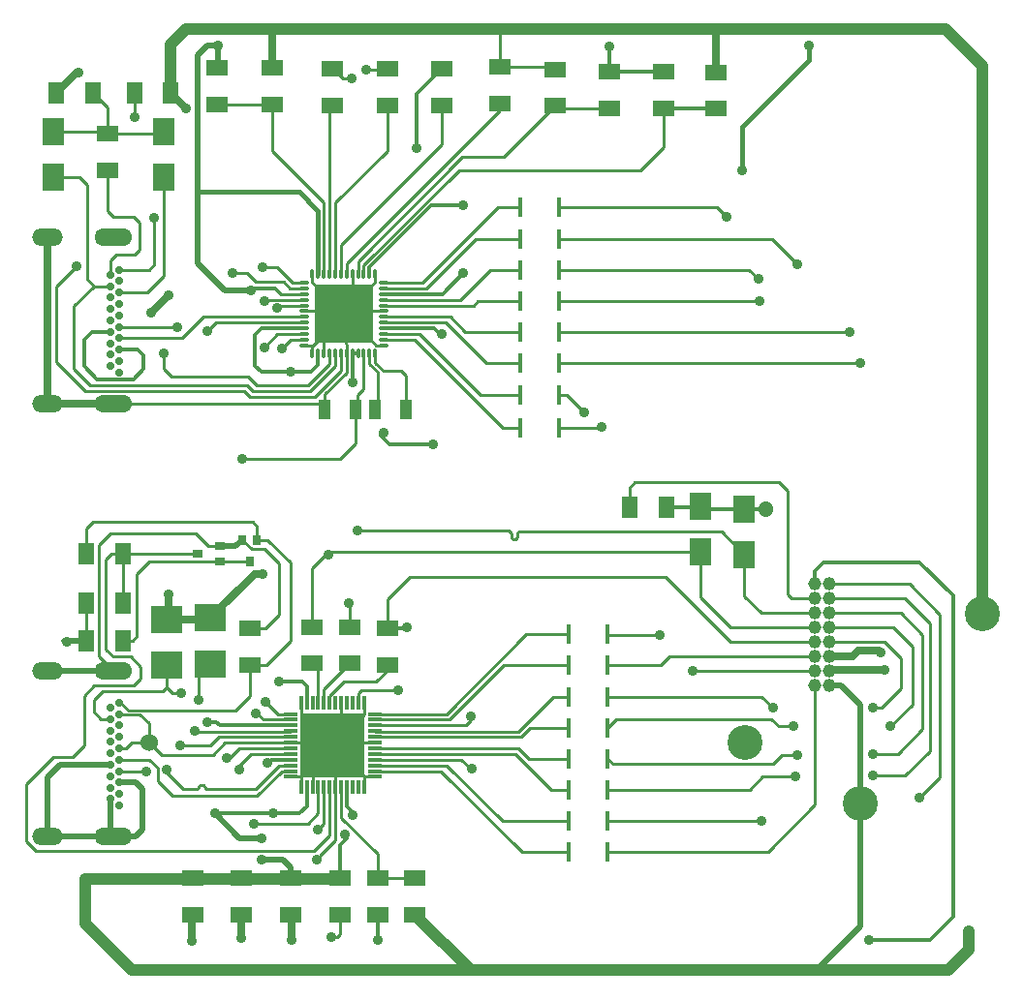
<source format=gtl>
G04 Layer_Physical_Order=1*
G04 Layer_Color=255*
%FSLAX44Y44*%
%MOMM*%
G71*
G01*
G75*
%ADD10R,1.1000X1.7000*%
%ADD11R,1.3716X1.8542*%
%ADD12R,1.8542X1.3716*%
%ADD13R,0.4064X1.8034*%
%ADD14R,0.3048X1.2700*%
%ADD15R,1.2700X0.3048*%
%ADD16R,5.5880X5.5880*%
%ADD17R,2.7000X2.4000*%
%ADD18O,0.9500X0.3300*%
%ADD19O,0.3300X0.9500*%
%ADD20R,5.2000X5.2000*%
%ADD21R,0.9000X0.7000*%
%ADD22R,0.7000X0.9000*%
%ADD23R,1.8500X2.4000*%
%ADD24C,0.2540*%
%ADD25C,0.3048*%
%ADD26C,0.5080*%
%ADD27C,1.0000*%
%ADD28C,0.6350*%
%ADD29C,1.2700*%
%ADD30C,0.3810*%
%ADD31C,1.1684*%
%ADD32C,3.0480*%
%ADD33O,2.7000X1.5000*%
%ADD34O,3.3020X1.5240*%
%ADD35C,0.7000*%
%ADD36C,0.7000*%
%ADD37C,1.5240*%
%ADD38C,0.9000*%
D10*
X984250Y850900D02*
D03*
X1011250D02*
D03*
X940707D02*
D03*
X967707D02*
D03*
D11*
X806199Y1127760D02*
D03*
X774195D02*
D03*
X732028Y725170D02*
D03*
X764032D02*
D03*
X732028Y682110D02*
D03*
X764032D02*
D03*
X732028Y649342D02*
D03*
X764032D02*
D03*
X738124Y1127760D02*
D03*
X706120D02*
D03*
X1238971Y765810D02*
D03*
X1206967D02*
D03*
D12*
X1189196Y1146556D02*
D03*
Y1114552D02*
D03*
X1141730Y1148842D02*
D03*
X1141730Y1116838D02*
D03*
X986790Y441452D02*
D03*
Y409448D02*
D03*
X953770Y409448D02*
D03*
Y441452D02*
D03*
X910590Y409448D02*
D03*
Y441452D02*
D03*
X867410Y409448D02*
D03*
Y441452D02*
D03*
X825500Y409448D02*
D03*
Y441452D02*
D03*
X875030Y627888D02*
D03*
Y659892D02*
D03*
X995177Y627888D02*
D03*
Y659892D02*
D03*
X962409Y629158D02*
D03*
Y661162D02*
D03*
X929640Y629158D02*
D03*
Y661162D02*
D03*
X947420Y1117346D02*
D03*
Y1149350D02*
D03*
X1042988Y1117346D02*
D03*
Y1149350D02*
D03*
X995204Y1117346D02*
D03*
Y1149350D02*
D03*
X1282700Y1146302D02*
D03*
Y1114298D02*
D03*
X894715Y1117853D02*
D03*
Y1149857D02*
D03*
X1236980Y1146556D02*
D03*
Y1114552D02*
D03*
X1019558Y409448D02*
D03*
Y441452D02*
D03*
X1093629Y1150620D02*
D03*
Y1118616D02*
D03*
X750570Y1060450D02*
D03*
Y1092454D02*
D03*
X846931Y1117853D02*
D03*
Y1149857D02*
D03*
D13*
X1153922Y464297D02*
D03*
X1187958D02*
D03*
X1153922Y491477D02*
D03*
X1187958D02*
D03*
X1153922Y518658D02*
D03*
X1187958D02*
D03*
X1153922Y545838D02*
D03*
X1187958D02*
D03*
X1153922Y573019D02*
D03*
X1187958D02*
D03*
X1153922Y600200D02*
D03*
X1187958D02*
D03*
X1153922Y654560D02*
D03*
X1153922Y627380D02*
D03*
X1187958Y654560D02*
D03*
X1187958Y627380D02*
D03*
X1111250Y835276D02*
D03*
X1145286D02*
D03*
X1111250Y863727D02*
D03*
X1145286D02*
D03*
X1111250Y891667D02*
D03*
X1145286D02*
D03*
X1111250Y918848D02*
D03*
X1145286D02*
D03*
X1111250Y946028D02*
D03*
X1145286D02*
D03*
X1111250Y973209D02*
D03*
X1145286D02*
D03*
X1111250Y1028316D02*
D03*
X1145286D02*
D03*
X1111250Y1000389D02*
D03*
X1145286D02*
D03*
D14*
X974920Y594360D02*
D03*
X969920D02*
D03*
X964920D02*
D03*
X959920D02*
D03*
X954920D02*
D03*
X949920D02*
D03*
X944920D02*
D03*
X939920D02*
D03*
X934920D02*
D03*
X929920D02*
D03*
X924920D02*
D03*
X919920D02*
D03*
Y520700D02*
D03*
X924920D02*
D03*
X929920D02*
D03*
X934920D02*
D03*
X939920D02*
D03*
X944920D02*
D03*
X949920D02*
D03*
X954920D02*
D03*
X959920D02*
D03*
X964920D02*
D03*
X969920D02*
D03*
X974920D02*
D03*
D15*
X910590Y585030D02*
D03*
Y580030D02*
D03*
Y575030D02*
D03*
Y570030D02*
D03*
Y565030D02*
D03*
Y560030D02*
D03*
Y555030D02*
D03*
Y550030D02*
D03*
Y545030D02*
D03*
Y540030D02*
D03*
Y535030D02*
D03*
Y530030D02*
D03*
X984250D02*
D03*
Y535030D02*
D03*
Y540030D02*
D03*
Y545030D02*
D03*
Y550030D02*
D03*
Y555030D02*
D03*
Y560030D02*
D03*
Y565030D02*
D03*
Y570030D02*
D03*
Y575030D02*
D03*
Y580030D02*
D03*
Y585030D02*
D03*
D16*
X947420Y557530D02*
D03*
D17*
X840740Y628970D02*
D03*
Y668970D02*
D03*
X802640Y627700D02*
D03*
Y667700D02*
D03*
D18*
X992008Y962268D02*
D03*
Y957268D02*
D03*
Y952268D02*
D03*
Y947268D02*
D03*
Y942268D02*
D03*
Y937268D02*
D03*
Y932268D02*
D03*
Y927268D02*
D03*
Y922268D02*
D03*
Y917268D02*
D03*
Y912268D02*
D03*
Y907268D02*
D03*
X922508D02*
D03*
Y912268D02*
D03*
Y917268D02*
D03*
Y922268D02*
D03*
Y927268D02*
D03*
Y932268D02*
D03*
Y937268D02*
D03*
Y942268D02*
D03*
Y947268D02*
D03*
Y952268D02*
D03*
Y957268D02*
D03*
Y962268D02*
D03*
D19*
X984758Y900018D02*
D03*
X979758D02*
D03*
X974758D02*
D03*
X969758D02*
D03*
X964758D02*
D03*
X959758D02*
D03*
X954758D02*
D03*
X949758D02*
D03*
X944758D02*
D03*
X939758D02*
D03*
X934758D02*
D03*
X929758D02*
D03*
Y969518D02*
D03*
X934758D02*
D03*
X939758D02*
D03*
X944758D02*
D03*
X949758D02*
D03*
X954758D02*
D03*
X959758D02*
D03*
X964758D02*
D03*
X969758D02*
D03*
X974758D02*
D03*
X979758D02*
D03*
X984758D02*
D03*
D20*
X957580Y934720D02*
D03*
D21*
X829970Y725170D02*
D03*
X848970Y731670D02*
D03*
Y718670D02*
D03*
D22*
X875030Y718210D02*
D03*
X868530Y737210D02*
D03*
X881530D02*
D03*
D23*
X1268730Y726760D02*
D03*
Y766760D02*
D03*
X1307251Y724220D02*
D03*
Y764220D02*
D03*
X800100Y1054420D02*
D03*
Y1094420D02*
D03*
X703580Y1054420D02*
D03*
Y1094420D02*
D03*
D24*
X942340Y725170D02*
X943610Y726440D01*
X929640Y712470D02*
X942340Y725170D01*
X959914Y934537D02*
X960128Y937268D01*
X943610Y920750D02*
X957580Y934720D01*
X949920Y560030D02*
X984250D01*
X949920Y555030D02*
X974920Y530030D01*
X949920Y560030D02*
X954920Y565030D01*
X919920Y585030D02*
X944920Y560030D01*
X929920Y540030D02*
X947420Y557530D01*
X910590Y560030D02*
X944920D01*
X755650Y856030D02*
X935577D01*
X944758Y969518D02*
Y1114684D01*
X945642Y1115568D01*
X899160Y940926D02*
X900502Y942268D01*
X922508D01*
X899160Y939800D02*
Y940926D01*
X834413Y932268D02*
X922508D01*
X894020Y947348D02*
X922428D01*
X922508Y947268D01*
X893940D02*
X894020Y947348D01*
X887882Y947268D02*
X893940D01*
X887730Y947420D02*
X887882Y947268D01*
X887730Y946150D02*
Y947420D01*
X939758Y916898D02*
X943610Y920750D01*
X958124Y934175D02*
X959914Y934537D01*
X954920Y565030D02*
X974920Y585030D01*
X964758Y941898D02*
Y969518D01*
X954920Y565030D02*
Y594360D01*
X969010Y850900D02*
Y863600D01*
X979758Y890952D02*
X986790Y883920D01*
Y853440D02*
Y883920D01*
X984250Y850900D02*
X986790Y853440D01*
X967707Y821657D02*
Y850900D01*
X868680Y807720D02*
X953770D01*
X967707Y821657D01*
X940707Y850900D02*
Y864507D01*
X935577Y856030D02*
X940707Y850900D01*
Y864507D02*
X959758Y883558D01*
X1141730Y1114552D02*
X1189196D01*
X985779Y613410D02*
X1000257Y627888D01*
X934720Y594560D02*
Y629158D01*
X1104900Y737870D02*
X1107440D01*
X1103630Y739140D02*
Y742950D01*
X1107440Y737870D02*
X1108710Y739140D01*
Y742950D02*
X1109980Y744220D01*
X1103630Y739140D02*
X1104900Y737870D01*
X1108710Y739140D02*
Y742950D01*
X1287251Y744220D02*
X1307251Y724220D01*
X1109980Y744220D02*
X1287251D01*
X835660Y520700D02*
X836930Y519430D01*
X834390Y523215D02*
X835660Y521945D01*
X830580Y520700D02*
Y521945D01*
X831850Y523215D01*
X834390D01*
X816610Y519430D02*
X829310D01*
X835660Y520700D02*
Y521945D01*
X829310Y519430D02*
X830580Y520700D01*
X900302Y539750D02*
X910310D01*
X879982Y519430D02*
X900302Y539750D01*
X836930Y519430D02*
X879982D01*
X802640Y533400D02*
X816610Y519430D01*
X880175Y962660D02*
X904886D01*
X872555Y970280D02*
X880175Y962660D01*
X859790Y970280D02*
X872555D01*
X899160Y975360D02*
X912252Y962268D01*
X886460Y975360D02*
X899160D01*
X873760Y880110D02*
X881380Y872490D01*
X806450Y880110D02*
X873760D01*
X800100Y886460D02*
X806450Y880110D01*
X869950Y867410D02*
X875030Y862330D01*
X731520Y867410D02*
X869950D01*
X706120Y892810D02*
X731520Y867410D01*
X872490Y872490D02*
X877570Y867410D01*
X735330Y872490D02*
X872490D01*
X721360Y886460D02*
X735330Y872490D01*
X875030Y862330D02*
X932180D01*
X954758Y884908D01*
X877570Y867410D02*
X928168D01*
X925830Y872490D02*
X944758Y891418D01*
X881380Y872490D02*
X925830D01*
X949758Y889000D02*
Y900018D01*
X928168Y867410D02*
X949758Y889000D01*
X721360Y941690D02*
X738830Y959160D01*
X721360Y886460D02*
Y941690D01*
X738830Y959160D02*
X753110D01*
X732790Y965200D02*
X738830Y959160D01*
X761110Y953572D02*
X785932D01*
X761110Y923572D02*
X811248D01*
X761110Y913572D02*
X815717D01*
X761110Y973572D02*
X786882D01*
X732790Y965200D02*
Y1047750D01*
X753110Y969160D02*
Y981710D01*
X706120Y892810D02*
Y958850D01*
X723900Y976630D01*
X755650Y1019810D02*
X773430D01*
X750570Y1024890D02*
X755650Y1019810D01*
X750570Y1024890D02*
Y1060450D01*
X753110Y981710D02*
X758190Y986790D01*
X774700D01*
X778510Y990600D01*
Y1014730D01*
X773430Y1019810D02*
X778510Y1014730D01*
X785932Y953572D02*
X800100Y967740D01*
X786882Y973572D02*
X791210Y977900D01*
X838200Y919480D02*
X845988Y927268D01*
X815717Y913572D02*
X834413Y932268D01*
X811248Y923572D02*
X811530Y923290D01*
X984250Y535030D02*
X1042310D01*
X1113043Y464297D01*
X1153922D01*
X984250Y540030D02*
X1047470D01*
X1096023Y491477D01*
X1153922D01*
X944920Y594360D02*
Y600826D01*
X939920Y606669D02*
X962409Y629158D01*
X939920Y594360D02*
Y606669D01*
X944920Y600826D02*
X957504Y613410D01*
X985779D01*
X839470Y667700D02*
X840740Y668970D01*
X761402Y534670D02*
X784860D01*
X761110Y534962D02*
X761402Y534670D01*
X739140Y596900D02*
X746760Y604520D01*
X739140Y586740D02*
Y596900D01*
Y586740D02*
X745330Y580550D01*
X753110D01*
X764032Y682110D02*
Y725170D01*
X764032Y725170D01*
X829970D01*
X764032Y649342D02*
X772532D01*
X848970Y718670D02*
X874570D01*
X875030Y718210D01*
X910310Y539750D02*
X910590Y540030D01*
X934720Y594560D02*
X934920Y594360D01*
X875030Y627888D02*
X889508D01*
X881530Y737210D02*
X890930D01*
X881530D02*
Y749150D01*
X877570Y753110D02*
X881530Y749150D01*
X737870Y753110D02*
X877570D01*
X732028Y747268D02*
X737870Y753110D01*
X732028Y725170D02*
Y747268D01*
Y649342D02*
Y682110D01*
X787250Y718670D02*
X848970D01*
X974920Y520700D02*
Y530030D01*
X947420Y557530D02*
X949920Y555030D01*
X919920Y520700D02*
Y530030D01*
X910590D02*
X919920D01*
X944880Y520660D02*
X944920Y520700D01*
X944880Y478790D02*
Y520660D01*
X840860Y557530D02*
X848360Y565030D01*
X910590D01*
X802640Y627700D02*
X810260Y620080D01*
X798068Y549402D02*
X842772D01*
X853400Y560030D01*
X910590D01*
X761110Y554962D02*
X767052D01*
X772160Y560070D01*
X787400D01*
X746760Y604520D02*
X798830D01*
X802640Y608330D01*
Y627700D01*
Y608330D02*
X807720Y603250D01*
X815340D01*
X939920Y489070D02*
Y520700D01*
X934720Y483870D02*
X939920Y489070D01*
X934920Y498040D02*
Y520700D01*
X878840Y488950D02*
X925830D01*
X830580Y618810D02*
X840740Y628970D01*
X880110Y585470D02*
X881380D01*
Y513080D02*
X903330Y535030D01*
X910590D01*
X854710Y546100D02*
X857250D01*
X866180Y555030D01*
X910590D01*
X866140Y535940D02*
Y539750D01*
X876420Y550030D01*
X910590D01*
X761110Y544962D02*
X787268D01*
X787400Y560070D02*
X798068Y549402D01*
X925830Y488950D02*
X934920Y498040D01*
X889000Y595630D02*
X899600Y585030D01*
X910590D01*
X881380Y585470D02*
X886820Y580030D01*
X910590D01*
X787268Y544962D02*
X794512Y537718D01*
Y526288D02*
Y537718D01*
Y526288D02*
X807720Y513080D01*
X881380D01*
X802640Y533400D02*
Y535940D01*
X814070Y557530D02*
X840860D01*
X910282Y569722D02*
X910590Y570030D01*
X827278Y569722D02*
X910282D01*
X826770Y570230D02*
X827278Y569722D01*
X931418Y465328D02*
X944880Y478790D01*
X919920Y585030D02*
Y594360D01*
X944920Y560030D02*
X947420Y557530D01*
X974920Y585030D02*
Y594360D01*
X712841Y649342D02*
X714483Y647700D01*
X715010D01*
X949920Y474940D02*
Y520700D01*
X935990Y461010D02*
X949920Y474940D01*
X953770Y392430D02*
Y409448D01*
X951230Y389890D02*
X953770Y392430D01*
X946150Y389890D02*
X951230D01*
X984250Y545030D02*
X1060250D01*
X947420Y557530D02*
X949920Y560030D01*
X984250Y565030D02*
X1112400D01*
X1120389Y573019D01*
X1153922D01*
X1139949Y600200D02*
X1153922D01*
X1116841Y654560D02*
X1153922D01*
X984250Y585030D02*
X1047310D01*
X1116841Y654560D01*
X984250Y580030D02*
X1049930D01*
X1097280Y627380D01*
X1153922D01*
X984250Y570030D02*
X984558Y569722D01*
X1109472D01*
X1139949Y600200D01*
X984250Y575030D02*
X1063980D01*
X1068070Y579120D01*
Y582930D01*
X1060250Y545030D02*
X1068070Y537210D01*
X1069340D01*
X969920Y594360D02*
Y602890D01*
X972820Y605790D01*
X1004570D01*
X984250Y555030D02*
X1109940D01*
X1119132Y545838D01*
X1153922D01*
X984250Y550030D02*
X1107320D01*
X1138692Y518658D01*
X1153922D01*
X986790Y441452D02*
Y462280D01*
X954920Y494150D02*
X986790Y462280D01*
X954920Y494150D02*
Y520700D01*
X986790Y441452D02*
X1019558D01*
X1019558Y441452D01*
X1295400Y647700D02*
X1369060D01*
X1238250Y704850D02*
X1295400Y647700D01*
X1014730Y704850D02*
X1238250D01*
X995177Y685297D02*
X1014730Y704850D01*
X995177Y659892D02*
Y685297D01*
X1369060Y505460D02*
Y609600D01*
X1327897Y464297D02*
X1369060Y505460D01*
X1187958Y464297D02*
X1327897D01*
X1381760Y698500D02*
X1451610D01*
X1460500Y511810D02*
X1478280Y529590D01*
Y671830D01*
X1451610Y698500D02*
X1478280Y671830D01*
X1348740Y685800D02*
X1369060D01*
X1344930Y689610D02*
X1348740Y685800D01*
X1206967Y782787D02*
X1211580Y787400D01*
X1206967Y765810D02*
Y782787D01*
X1211580Y787400D02*
X1337310D01*
X1344930Y779780D01*
Y689610D02*
Y779780D01*
X974920Y530030D02*
X984250D01*
X1187958Y491477D02*
X1322057D01*
X845988Y927268D02*
X922508D01*
X899263Y917268D02*
X922508D01*
Y907268D02*
X930128D01*
X939758Y900018D02*
Y916898D01*
X929758Y900018D02*
Y906898D01*
X930128Y907268D01*
X939758Y916898D01*
X958124Y934175D02*
X959758Y900018D01*
X985032Y907268D02*
X992008D01*
X960128Y937268D02*
X992008D01*
X984758Y961898D02*
Y969518D01*
X929758Y962542D02*
Y969518D01*
X910998Y912268D02*
X922508D01*
X902970Y904240D02*
X910998Y912268D01*
X887730Y905735D02*
X899263Y917268D01*
X902356Y952268D02*
X922508D01*
X910278Y957268D02*
X922508D01*
X912252Y962268D02*
X922508D01*
X904886Y962660D02*
X910278Y957268D01*
X992008Y912268D02*
X1019402D01*
X1096394Y835276D01*
X1111250D01*
X992008Y962268D02*
X1025768D01*
X1091816Y1028316D01*
X1111250D01*
X800100Y1054420D02*
Y1057910D01*
X703580Y1094420D02*
X748604D01*
X750570Y1092454D01*
X798134D02*
X800100Y1094420D01*
X750570Y1092454D02*
X798134D01*
X979758Y890952D02*
Y900018D01*
X984758Y892302D02*
Y900018D01*
Y892302D02*
X991870Y885190D01*
X1007110D01*
X1011250Y881050D01*
Y850900D02*
Y881050D01*
X969010Y863600D02*
X974758Y869348D01*
Y900018D01*
X1216660Y1060450D02*
X1236980Y1080770D01*
Y1114552D01*
X1042988Y1083627D02*
Y1117346D01*
X954758Y995398D02*
X1042988Y1083627D01*
X954758Y969518D02*
Y995398D01*
X949758Y969518D02*
Y1032308D01*
X995204Y1077754D01*
Y1117346D01*
X939758Y969518D02*
Y1032552D01*
X894715Y1077595D02*
X939758Y1032552D01*
X1093629Y1150620D02*
X1139952D01*
X1141730Y1148842D01*
X1187958Y518658D02*
X1311910D01*
X1323477Y530225D01*
X1351915D01*
X1419860Y530860D02*
X1447800D01*
X1469390Y552450D01*
Y664210D01*
X1381760Y685800D02*
X1447800D01*
X1469390Y664210D01*
X1187958Y545838D02*
X1192776Y541020D01*
X1332230D01*
X1339850Y548640D01*
X1353820D01*
X1419860Y549910D02*
X1441450D01*
X1463040Y571500D01*
Y654050D01*
X1381760Y673100D02*
X1443990D01*
X1463040Y654050D01*
X1322581Y600200D02*
X1332230Y590550D01*
X1187958Y600200D02*
X1322581D01*
X1419860Y590550D02*
X1427480D01*
X1443990Y607060D01*
Y633730D01*
X1430020Y647700D02*
X1443990Y633730D01*
X1381760Y647700D02*
X1430020D01*
X1187958Y573019D02*
X1195329Y580390D01*
X1337310Y574040D02*
X1350010D01*
X1330960Y580390D02*
X1337310Y574040D01*
X1195329Y580390D02*
X1330960D01*
X1435100Y574040D02*
X1454150Y593090D01*
Y643890D01*
X1437640Y660400D02*
X1454150Y643890D01*
X1381760Y660400D02*
X1437640D01*
X1187958Y627380D02*
X1234440D01*
X1242060Y635000D01*
X1187958Y654560D02*
X1188469Y654050D01*
X1233170D01*
X1262380Y622300D02*
X1369060D01*
X1145286Y863727D02*
X1151763D01*
X1167130Y848360D01*
X1145286Y835276D02*
X1181986D01*
X1182370Y835660D01*
X1242060Y635000D02*
X1369060D01*
X1145286Y973209D02*
X1311702D01*
X1319711Y965200D01*
X1145286Y946028D02*
X1320678D01*
X1145286Y918848D02*
X1399083D01*
X1145286Y891667D02*
X1408303D01*
X1093629Y1150620D02*
Y1183481D01*
X1093470Y1183640D02*
X1093629Y1183481D01*
X776698Y923290D02*
X811530D01*
X703580Y1054420D02*
X726120D01*
X732790Y1047750D01*
X800100Y967740D02*
Y1054420D01*
Y886460D02*
Y900430D01*
X738124Y1127760D02*
X750570Y1115314D01*
Y1092454D02*
Y1115314D01*
X772532Y649342D02*
X775970Y652780D01*
Y707390D01*
X787250Y718670D01*
X894715Y1077595D02*
Y1117853D01*
X846931D02*
X894715D01*
X774195Y1106935D02*
Y1127760D01*
X791210Y977900D02*
Y1018540D01*
X929640Y661162D02*
Y712470D01*
X943930Y726760D02*
X1268730D01*
Y687070D02*
X1295400Y660400D01*
X1369060D01*
X1268730Y687070D02*
Y726760D01*
X962409Y661162D02*
Y680972D01*
X961390Y681990D02*
X962409Y680972D01*
X1307251Y687918D02*
X1322070Y673100D01*
X1307251Y687918D02*
Y724220D01*
X1322070Y673100D02*
X1369060D01*
X947420Y1144270D02*
Y1149350D01*
X943610Y727080D02*
X943930Y726760D01*
X943610Y726440D02*
X943930Y726760D01*
X943610Y723900D02*
Y726440D01*
Y727080D01*
X992008Y917268D02*
X1023292D01*
X1076833Y863727D01*
X1111250D01*
X992008Y957268D02*
X1029658D01*
X1072779Y1000389D01*
X1111250D01*
X1081913Y891667D02*
X1111250D01*
X992008Y932268D02*
X1050202D01*
X1063623Y918848D01*
X1111250D01*
X992008Y947268D02*
X1059028D01*
X1084969Y973209D01*
X1111250D01*
X992008Y942268D02*
X1070538D01*
X1074298Y946028D01*
X1111250D01*
X1046312Y927268D02*
X1081913Y891667D01*
X992008Y927268D02*
X1046312D01*
X1096772Y1071880D02*
X1141730Y1116838D01*
X974758Y969518D02*
Y977298D01*
X1057910Y1060450D01*
X1216660D01*
X969758Y969518D02*
Y980687D01*
X1060950Y1071880D01*
X1096772D01*
X1331331Y1000389D02*
X1353820Y977900D01*
X1145286Y1000389D02*
X1331331D01*
X1283083Y1028316D02*
X1291590Y1019810D01*
X1145286Y1028316D02*
X1283083D01*
X754380Y725170D02*
X764032D01*
X749300Y720090D02*
X754380Y725170D01*
X749300Y641350D02*
Y720090D01*
Y641350D02*
X755650Y635000D01*
X770890D01*
X779780Y626110D01*
Y615950D02*
Y626110D01*
X773430Y609600D02*
X779780Y615950D01*
X739140Y609600D02*
X773430D01*
X730250Y600710D02*
X739140Y609600D01*
X730250Y557530D02*
Y600710D01*
X720090Y547370D02*
X730250Y557530D01*
X703580Y547370D02*
X720090D01*
X679450Y523240D02*
X703580Y547370D01*
X679450Y473710D02*
Y523240D01*
Y473710D02*
X687832Y465328D01*
X931418D01*
X959758Y883558D02*
Y900018D01*
X954758Y884908D02*
Y900018D01*
X944758Y891418D02*
Y900018D01*
X959758Y969518D02*
Y978808D01*
X1093629Y1112679D01*
Y1118616D01*
X976630Y1148080D02*
X993934D01*
X995204Y1149350D01*
X956310Y1140460D02*
X963930D01*
X947420Y1149350D02*
X956310Y1140460D01*
X742950Y635750D02*
X755650Y623050D01*
X742950Y635750D02*
Y732790D01*
X753110Y742950D01*
X828040D01*
X839320Y731670D01*
X848970D01*
X889508Y627888D02*
X910590Y648970D01*
Y717550D01*
X890930Y737210D02*
X910590Y717550D01*
X887730Y728980D02*
X900430Y716280D01*
X876760Y728980D02*
X887730D01*
X868530Y737210D02*
X876760Y728980D01*
X875030Y659892D02*
X888492D01*
X900430Y671830D01*
Y716280D01*
X897552Y957072D02*
X902356Y952268D01*
X761110Y594962D02*
X762232D01*
X761110Y584962D02*
X779018D01*
X787400Y576580D01*
Y560070D02*
Y576580D01*
X762232Y594962D02*
X769184Y588010D01*
X830580Y596900D02*
Y618810D01*
X769184Y588010D02*
X862330D01*
X875030Y600710D01*
Y627888D01*
X1101090Y745490D02*
X1103630Y742950D01*
X969010Y745490D02*
X1101090D01*
X929758Y962542D02*
X943354Y951230D01*
X960128Y937268D02*
X964758Y941898D01*
X958124Y934175D02*
X974090Y919480D01*
X985032Y907268D01*
X964758Y941898D02*
X972820Y952500D01*
X984758Y961898D01*
X957580Y934720D02*
X958124Y934175D01*
X943354Y951230D02*
X957335Y935174D01*
X922508Y937268D02*
X955032D01*
X929920Y520700D02*
Y540030D01*
X919920Y530030D02*
X929920Y540030D01*
X949920Y520700D02*
Y555030D01*
X957335Y935174D02*
X957580Y934720D01*
X955032Y937268D02*
X957580Y934720D01*
D25*
X989330Y828040D02*
X996950Y820420D01*
X959920Y504390D02*
X967740Y496570D01*
X730250Y912490D02*
X736920Y919160D01*
X730250Y889000D02*
Y912490D01*
Y889000D02*
X741680Y877570D01*
X777500Y903572D02*
X782320Y898752D01*
X761110Y903572D02*
X777500D01*
X736920Y919160D02*
X753110D01*
X773430Y877570D02*
X782320Y886460D01*
X741680Y877570D02*
X773430D01*
X782320Y886460D02*
Y898752D01*
X953770Y441452D02*
Y469900D01*
X959920Y476050D01*
X844550Y497840D02*
X895350D01*
X894280Y545030D02*
X910590D01*
X924920Y504550D02*
Y520700D01*
X918210Y497840D02*
X924920Y504550D01*
X895350Y497840D02*
X918210D01*
X848640Y575030D02*
X910590D01*
X845820Y577850D02*
X848640Y575030D01*
X838200Y577850D02*
X845820D01*
X900430Y613410D02*
X920750D01*
X924920Y609240D01*
Y594360D02*
Y609240D01*
X959920Y476050D02*
Y477655D01*
X958183Y479393D02*
X959920Y477655D01*
Y504390D02*
Y520700D01*
X965200Y496570D02*
X967740D01*
X1271270Y764220D02*
X1307251D01*
X1325560D01*
X1369060Y698500D02*
Y709930D01*
X1376680Y717550D01*
X1460500D01*
X1489710Y688340D01*
X986790Y387350D02*
Y409448D01*
X1416050Y387350D02*
X1469390D01*
X1489710Y407670D01*
Y688340D01*
X1238971Y765810D02*
X1267780D01*
X1189196Y1146556D02*
X1236980D01*
X1189196D02*
Y1169194D01*
X1237234Y1114298D02*
X1282700D01*
X1236980Y1114552D02*
X1237234Y1114298D01*
X879348Y889762D02*
X885190Y883920D01*
X910590D01*
X879348Y889762D02*
Y916178D01*
X885438Y922268D01*
X922508D01*
X934758Y890308D02*
Y900018D01*
X928370Y883920D02*
X934758Y890308D01*
X910590Y883920D02*
X928370D01*
X992008Y952268D02*
X1043708D01*
X1061720Y970280D01*
X992008Y922268D02*
X1036072D01*
X1041400Y916940D01*
X1042670D01*
X1021080Y1127442D02*
X1042988Y1149350D01*
X1021080Y1079500D02*
Y1127442D01*
X1011682Y659892D02*
X1012190Y660400D01*
X995177Y659892D02*
X1011682D01*
X979758Y969518D02*
Y975948D01*
X1033780Y1029970D01*
X1061720D01*
X996950Y820420D02*
X1035050D01*
X989330Y828040D02*
X991870Y830580D01*
X964758Y900018D02*
X969758D01*
X964758Y875472D02*
X965200Y875030D01*
X964758Y875472D02*
Y900018D01*
X878332Y957072D02*
X897552D01*
X876300Y955040D02*
X878332Y957072D01*
D26*
X712841Y649342D02*
X732028D01*
X774700Y440690D02*
X775462Y441452D01*
X825500D02*
X867410D01*
X910590D01*
X698500Y623050D02*
X755650D01*
X698500Y478050D02*
X755650D01*
X753110Y480590D02*
Y510550D01*
Y480590D02*
X755650Y478050D01*
X709130Y540550D02*
X753110D01*
X698500Y529920D02*
X709130Y540550D01*
X698500Y478050D02*
Y529920D01*
X848970Y731670D02*
X862990D01*
X868530Y737210D01*
X761110Y524962D02*
X775518D01*
X781050Y519430D01*
Y483870D02*
Y519430D01*
X775230Y478050D02*
X781050Y483870D01*
X755650Y478050D02*
X775230D01*
X1370330Y360680D02*
X1408430Y398780D01*
X775462Y441452D02*
X825500D01*
X910590D02*
Y450850D01*
X904240Y457200D02*
X910590Y450850D01*
X885190Y457200D02*
X904240D01*
X844550Y497840D02*
X866140Y476250D01*
X885190D01*
X1408430Y398780D02*
Y506730D01*
X1381760Y609600D02*
X1391920D01*
X1408430Y593090D01*
Y506730D02*
Y593090D01*
X847090Y1150015D02*
Y1169670D01*
X846931Y1149857D02*
X847090Y1150015D01*
X838200Y1169670D02*
X847090D01*
X829310Y1160780D02*
X838200Y1169670D01*
X829310Y1041400D02*
Y1160780D01*
Y979170D02*
Y1041400D01*
Y979170D02*
X853440Y955040D01*
X876300D01*
D27*
X774700Y440690D02*
X953008D01*
X731520Y401320D02*
Y440690D01*
X774700D01*
X953008D02*
X953770Y441452D01*
X772160Y360680D02*
X1068326D01*
X731520Y401320D02*
X772160Y360680D01*
X1068326D02*
X1370330D01*
X1019558Y409448D02*
X1068326Y360680D01*
X1370330D02*
X1485900D01*
X1503680Y378460D01*
Y394970D01*
X806199Y1127760D02*
Y1170689D01*
X1281430Y1183640D02*
X1483360D01*
X1093470D02*
X1281430D01*
X892810D02*
X1093470D01*
X819150D02*
X892810D01*
X806199Y1170689D02*
X819150Y1183640D01*
X1515110Y672600D02*
Y1151890D01*
X1483360Y1183640D02*
X1515110Y1151890D01*
D28*
X698500Y856660D02*
Y1001660D01*
Y856660D02*
X755650D01*
X802640Y667700D02*
X839470D01*
X802640D02*
X803910Y668970D01*
X840740Y668970D02*
X879160Y707390D01*
X886460D01*
X886492Y707422D01*
X1381760Y622300D02*
X1383030Y623570D01*
X1381760Y635000D02*
X1402080D01*
X1407160Y640080D01*
X1383030Y623570D02*
X1430020D01*
X1424940Y640080D02*
X1426210Y638810D01*
X1407160Y640080D02*
X1424940D01*
X1267780Y765810D02*
X1268730Y766760D01*
X910590Y409448D02*
X911860Y408178D01*
Y387350D02*
Y408178D01*
X824230Y386080D02*
Y408178D01*
X825500Y409448D01*
X867410Y388620D02*
Y409448D01*
X894715Y1149857D02*
Y1181735D01*
X892810Y1183640D02*
X894715Y1181735D01*
X1282700Y1146302D02*
Y1182370D01*
X1281430Y1183640D02*
X1282700Y1182370D01*
X806199Y1127760D02*
X819150Y1114809D01*
X803910Y668970D02*
Y689610D01*
X723900Y1145540D02*
X725170D01*
X706120Y1127760D02*
X723900Y1145540D01*
X788670Y935990D02*
X803910Y951230D01*
D29*
X1268730Y766760D02*
X1271270Y764220D01*
X1325560D02*
X1325880Y764540D01*
D30*
X1363980Y1156970D02*
Y1169670D01*
X1305560Y1060450D02*
Y1098550D01*
X1363980Y1156970D01*
X934758Y969518D02*
Y1024852D01*
X918210Y1041400D02*
X934758Y1024852D01*
X829310Y1041400D02*
X918210D01*
D31*
X1369060Y698500D02*
D03*
Y685800D02*
D03*
Y673100D02*
D03*
Y660400D02*
D03*
Y647700D02*
D03*
Y635000D02*
D03*
Y622300D02*
D03*
Y609600D02*
D03*
X1381760Y698500D02*
D03*
Y685800D02*
D03*
Y673100D02*
D03*
Y660400D02*
D03*
Y647700D02*
D03*
Y635000D02*
D03*
Y622300D02*
D03*
Y609600D02*
D03*
D32*
X1515110Y672600D02*
D03*
X1408430Y506730D02*
D03*
X1308100Y560070D02*
D03*
D33*
X698500Y1001660D02*
D03*
Y856660D02*
D03*
X698500Y623050D02*
D03*
Y478050D02*
D03*
D34*
X755650Y1001660D02*
D03*
Y856660D02*
D03*
X755650Y623050D02*
D03*
Y478050D02*
D03*
D35*
X753110Y969160D02*
D03*
Y959160D02*
D03*
Y949160D02*
D03*
Y939160D02*
D03*
Y929160D02*
D03*
Y919160D02*
D03*
Y909160D02*
D03*
X761110Y973572D02*
D03*
X761110Y963572D02*
D03*
X761110Y953572D02*
D03*
Y943572D02*
D03*
X761110Y933572D02*
D03*
X761110Y923572D02*
D03*
Y913572D02*
D03*
X753110Y590550D02*
D03*
Y580550D02*
D03*
Y570550D02*
D03*
Y560550D02*
D03*
Y550550D02*
D03*
Y540550D02*
D03*
Y530550D02*
D03*
X761110Y594962D02*
D03*
X761110Y584962D02*
D03*
X761110Y574962D02*
D03*
Y564962D02*
D03*
Y554962D02*
D03*
Y544962D02*
D03*
Y534962D02*
D03*
D36*
X753110Y899160D02*
D03*
X753110Y889160D02*
D03*
X761110Y903572D02*
D03*
X761110Y893572D02*
D03*
Y883572D02*
D03*
X753110Y520550D02*
D03*
Y510550D02*
D03*
X761110Y524962D02*
D03*
Y514962D02*
D03*
Y504962D02*
D03*
X943354Y951230D02*
D03*
X974090Y919480D02*
D03*
X972820Y952500D02*
D03*
X943610Y920750D02*
D03*
X958124Y934175D02*
D03*
X928370Y575310D02*
D03*
X948420Y570500D02*
D03*
X942340Y558800D02*
D03*
X929640Y557530D02*
D03*
X965200Y543560D02*
D03*
X954405Y558530D02*
D03*
D37*
X787400Y560070D02*
D03*
D38*
X899160Y939800D02*
D03*
X887730Y946150D02*
D03*
X868680Y807720D02*
D03*
X886460Y975360D02*
D03*
X723900Y976630D02*
D03*
X838200Y919480D02*
D03*
X784860Y534670D02*
D03*
X889000Y595630D02*
D03*
X815340Y603250D02*
D03*
X934720Y483870D02*
D03*
X854710Y546100D02*
D03*
X866140Y535940D02*
D03*
X878840Y488950D02*
D03*
X880110Y585470D02*
D03*
X844550Y497840D02*
D03*
X895350D02*
D03*
X890960Y541902D02*
D03*
X802640Y535940D02*
D03*
X814070Y557530D02*
D03*
X826770Y570230D02*
D03*
X838200Y577850D02*
D03*
X885190Y457200D02*
D03*
Y476250D02*
D03*
X900430Y613410D02*
D03*
X715010Y647700D02*
D03*
X731520Y440690D02*
D03*
X946150Y389890D02*
D03*
X1068070Y582930D02*
D03*
X1069340Y537210D02*
D03*
X1004570Y605790D02*
D03*
X958183Y479393D02*
D03*
X965200Y496570D02*
D03*
X1460500Y511810D02*
D03*
X886492Y707422D02*
D03*
X1430020Y623570D02*
D03*
X1426210Y638810D02*
D03*
X1325880Y764540D02*
D03*
X986790Y387350D02*
D03*
X1416050D02*
D03*
X911860D02*
D03*
X824230Y386080D02*
D03*
X867410Y388620D02*
D03*
X933450Y457200D02*
D03*
X1322057Y491477D02*
D03*
X811530Y923290D02*
D03*
X902970Y904240D02*
D03*
X887730Y905735D02*
D03*
X910590Y883920D02*
D03*
X859790Y970280D02*
D03*
X1351915Y530225D02*
D03*
X1419860Y530860D02*
D03*
X1353820Y548640D02*
D03*
X1419860Y549910D02*
D03*
X1332230Y590550D02*
D03*
X1419860D02*
D03*
X1350010Y574040D02*
D03*
X1435100D02*
D03*
X1182370Y835660D02*
D03*
X1167130Y848360D02*
D03*
X1262380Y622300D02*
D03*
X1233170Y654050D02*
D03*
X1353820Y977900D02*
D03*
X1319711Y965200D02*
D03*
X1320678Y946028D02*
D03*
X1399083Y918848D02*
D03*
X1408303Y891667D02*
D03*
X1503680Y394970D02*
D03*
X847090Y1169670D02*
D03*
X1189196Y1169194D02*
D03*
X800100Y900430D02*
D03*
X819150Y1114809D02*
D03*
X803910Y689610D02*
D03*
X725170Y1145540D02*
D03*
X774195Y1106935D02*
D03*
X791210Y1018540D02*
D03*
X961390Y681990D02*
D03*
X943610Y723900D02*
D03*
X1061720Y970280D02*
D03*
X1042670Y916940D02*
D03*
X1021080Y1079500D02*
D03*
X1012190Y660400D02*
D03*
X1061720Y1029970D02*
D03*
X1363980Y1169670D02*
D03*
X1305560Y1060450D02*
D03*
X1291590Y1019810D02*
D03*
X788670Y935990D02*
D03*
X803910Y951230D02*
D03*
X1035050Y820420D02*
D03*
X991870Y830580D02*
D03*
X965200Y875030D02*
D03*
X976630Y1148080D02*
D03*
X963930Y1140460D02*
D03*
X876300Y955040D02*
D03*
X830580Y596900D02*
D03*
X969010Y745490D02*
D03*
M02*

</source>
